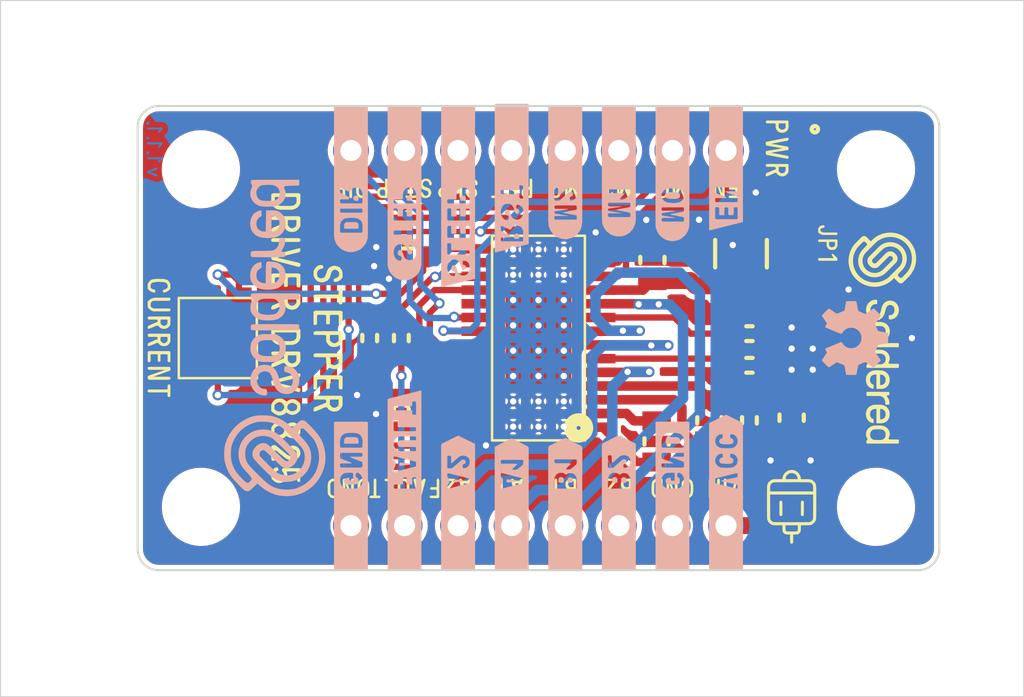
<source format=kicad_pcb>
(kicad_pcb (version 20240108) (generator "pcbnew") (generator_version "8.0")
  (title_block (title "Stepper driver DRV8825") (date "2021-07-12") (rev "V1.1.1.") (company "SOLDERED") (comment 1 "333000"))
  (layers (0 "F.Cu" signal) (31 "B.Cu" signal) (34 "B.Paste" user) (35 "F.Paste" user) (36 "B.SilkS" user "B.Silkscreen") (37 "F.SilkS" user "F.Silkscreen") (38 "B.Mask" user) (39 "F.Mask" user) (44 "Edge.Cuts" user))
  (net 0 "")
  (net 1 "VMM")
  (net 2 "GND")
  (net 3 "3V3")
  (net 4 "~{EN}")
  (net 5 "MODE0")
  (net 6 "MODE1")
  (net 7 "MODE2")
  (net 8 "~{RESET}")
  (net 9 "~{SLEEP}")
  (net 10 "STEP")
  (net 11 "DIR")
  (net 12 "B2")
  (net 13 "B1")
  (net 14 "A1")
  (net 15 "A2")
  (net 16 "~{FAULT}")
  (net 17 "Net-(R1-Pad2)")
  (net 18 "Net-(R3-Pad2)")
  (net 19 "Net-(D1-Pad1)")
  (net 20 "Net-(R4-Pad2)")
  (net 21 "Net-(R5-Pad2)")
  (net 24 "DECAY")
  (net 25 "Net-(C4-Pad2)")
  (net 26 "Net-(C5-Pad1)")
  (net 27 "Net-(C5-Pad2)")
  (net 28 "Net-(JP1-Pad2)")
  (footprint "buzzardLabel" (layer "F.Cu") (at 95.2 143.962 180)
    (property "Reference" "" (at 0 0 0) (layer "F.SilkS") (effects (font (size 1.27 1.27))))
    (property "Value" "" (at 0 0 0) (layer "F.SilkS") (effects (font (size 1.27 1.27))))
  )
  (footprint "e-radionica.com footprinti:HOLE_3.2mm" (layer "F.Cu") (at 72.85 144.85 -90)
    (property "Reference" "H2" (hide yes))
    (property "Value" "HOLE_3.2mm" (hide yes))
    (pad "" np_thru_hole circle (at 0 0 270) (size 3.2 3.2) (drill 3.2) (layers "F&B.Cu" "*.Mask"))
  )
  (footprint "e-radionica.com footprinti:0603R" (layer "F.Cu") (at 82.35 136.85 -90)
    (property "Reference" "R6")
    (property "Value" "10k")
    (pad "1" smd rect (at -0.775 0) (size 1 0.64) (layers "F.Cu" "F.Paste" "F.Mask") (net 9 "~{SLEEP}"))
    (pad "2" smd rect (at 0.775 0) (size 1 0.64) (layers "F.Cu" "F.Paste" "F.Mask") (net 16 "~{FAULT}"))
  )
  (footprint "buzzardLabel" (layer "F.Cu") (at 95.2 129.738 180)
    (property "Reference" "" (at 0 0 0) (layer "F.SilkS") (effects (font (size 1.27 1.27))))
    (property "Value" "" (at 0 0 0) (layer "F.SilkS") (effects (font (size 1.27 1.27))))
  )
  (footprint "e-radionica.com footprinti:0805C" (layer "F.Cu") (at 96.95 140.75 -90)
    (property "Reference" "C4")
    (property "Value" "CL21B104KCFNNNE")
    (pad "1" smd rect (at -0.975 0) (size 1.35 0.9) (layers "F.Cu" "F.Paste" "F.Mask") (net 1 "VMM"))
    (pad "2" smd rect (at 0.975 0) (size 1.35 0.9) (layers "F.Cu" "F.Paste" "F.Mask") (net 25 "Net-(C4-Pad2)"))
  )
  (footprint "e-radionica.com footprinti:DRV8825" (layer "F.Cu") (at 88.85 136.85 180)
    (property "Reference" "U1")
    (property "Value" "DRV8825")
    (pad "1" smd rect (at -2.9 -4.225 180) (size 1.5 0.45) (layers "F.Cu" "F.Paste" "F.Mask") (net 27 "Net-(C5-Pad2)"))
    (pad "2" smd rect (at -2.9 -3.575 180) (size 1.5 0.45) (layers "F.Cu" "F.Paste" "F.Mask") (net 26 "Net-(C5-Pad1)"))
    (pad "3" smd rect (at -2.9 -2.925 180) (size 1.5 0.45) (layers "F.Cu" "F.Paste" "F.Mask") (net 25 "Net-(C4-Pad2)"))
    (pad "4" smd rect (at -2.9 -2.275 180) (size 1.5 0.45) (layers "F.Cu" "F.Paste" "F.Mask") (net 1 "VMM"))
    (pad "5" smd rect (at -2.9 -1.625 180) (size 1.5 0.45) (layers "F.Cu" "F.Paste" "F.Mask") (net 14 "A1"))
    (pad "6" smd rect (at -2.9 -0.975 180) (size 1.5 0.45) (layers "F.Cu" "F.Paste" "F.Mask") (net 17 "Net-(R1-Pad2)"))
    (pad "7" smd rect (at -2.9 -0.325 180) (size 1.5 0.45) (layers "F.Cu" "F.Paste" "F.Mask") (net 15 "A2"))
    (pad "8" smd rect (at -2.9 0.325 180) (size 1.5 0.45) (layers "F.Cu" "F.Paste" "F.Mask") (net 12 "B2"))
    (pad "9" smd rect (at -2.9 0.975 180) (size 1.5 0.45) (layers "F.Cu" "F.Paste" "F.Mask") (net 18 "Net-(R3-Pad2)"))
    (pad "10" smd rect (at -2.9 1.625 180) (size 1.5 0.45) (layers "F.Cu" "F.Paste" "F.Mask") (net 13 "B1"))
    (pad "11" smd rect (at -2.9 2.275 180) (size 1.5 0.45) (layers "F.Cu" "F.Paste" "F.Mask") (net 1 "VMM"))
    (pad "12" smd rect (at -2.9 2.925 180) (size 1.5 0.45) (layers "F.Cu" "F.Paste" "F.Mask") (net 20 "Net-(R4-Pad2)"))
    (pad "13" smd rect (at -2.9 3.575 180) (size 1.5 0.45) (layers "F.Cu" "F.Paste" "F.Mask") (net 20 "Net-(R4-Pad2)"))
    (pad "14" smd rect (at -2.9 4.225 180) (size 1.5 0.45) (layers "F.Cu" "F.Paste" "F.Mask") (net 2 "GND"))
    (pad "15" smd rect (at 2.9 4.225 180) (size 1.5 0.45) (layers "F.Cu" "F.Paste" "F.Mask") (net 3 "3V3"))
    (pad "16" smd rect (at 2.9 3.575 180) (size 1.5 0.45) (layers "F.Cu" "F.Paste" "F.Mask") (net 8 "~{RESET}"))
    (pad "17" smd rect (at 2.9 2.925 180) (size 1.5 0.45) (layers "F.Cu" "F.Paste" "F.Mask") (net 9 "~{SLEEP}"))
    (pad "18" smd rect (at 2.9 2.275 180) (size 1.5 0.45) (layers "F.Cu" "F.Paste" "F.Mask") (net 21 "Net-(R5-Pad2)"))
    (pad "19" smd rect (at 2.9 1.625 180) (size 1.5 0.45) (layers "F.Cu" "F.Paste" "F.Mask") (net 24 "DECAY"))
    (pad "20" smd rect (at 2.9 0.975 180) (size 1.5 0.45) (layers "F.Cu" "F.Paste" "F.Mask") (net 11 "DIR"))
    (pad "21" smd rect (at 2.9 0.325 180) (size 1.5 0.45) (layers "F.Cu" "F.Paste" "F.Mask") (net 4 "~{EN}"))
    (pad "22" smd rect (at 2.9 -0.325 180) (size 1.5 0.45) (layers "F.Cu" "F.Paste" "F.Mask") (net 10 "STEP"))
    (pad "23" smd rect (at 2.9 -0.975 180) (size 1.5 0.45) (layers "F.Cu" "F.Paste" "F.Mask"))
    (pad "24" smd rect (at 2.9 -1.625 180) (size 1.5 0.45) (layers "F.Cu" "F.Paste" "F.Mask") (net 5 "MODE0"))
    (pad "25" smd rect (at 2.9 -2.275 180) (size 1.5 0.45) (layers "F.Cu" "F.Paste" "F.Mask") (net 6 "MODE1"))
    (pad "26" smd rect (at 2.9 -2.925 180) (size 1.5 0.45) (layers "F.Cu" "F.Paste" "F.Mask") (net 7 "MODE2"))
    (pad "27" smd rect (at 2.9 -3.575 180) (size 1.5 0.45) (layers "F.Cu" "F.Paste" "F.Mask"))
    (pad "28" smd rect (at 2.9 -4.225 180) (size 1.5 0.45) (layers "F.Cu" "F.Paste" "F.Mask") (net 2 "GND"))
    (pad "29" thru_hole circle (at -1.2 -4.2 180) (size 0.5 0.5) (drill 0.3) (layers "*.Cu") (net 2 "GND"))
    (pad "29" thru_hole circle (at -1.2 -3 180) (size 0.5 0.5) (drill 0.3) (layers "*.Cu") (net 2 "GND"))
    (pad "29" thru_hole circle (at -1.2 -1.8 180) (size 0.5 0.5) (drill 0.3) (layers "*.Cu") (net 2 "GND"))
    (pad "29" thru_hole circle (at -1.2 -0.6 180) (size 0.5 0.5) (drill 0.3) (layers "*.Cu") (net 2 "GND"))
    (pad "29" thru_hole circle (at -1.2 0.6 180) (size 0.5 0.5) (drill 0.3) (layers "*.Cu") (net 2 "GND"))
    (pad "29" thru_hole circle (at -1.2 1.8 180) (size 0.5 0.5) (drill 0.3) (layers "*.Cu") (net 2 "GND"))
    (pad "29" thru_hole circle (at -1.2 3 180) (size 0.5 0.5) (drill 0.3) (layers "*.Cu") (net 2 "GND"))
    (pad "29" thru_hole circle (at -1.2 4.2 180) (size 0.5 0.5) (drill 0.3) (layers "*.Cu") (net 2 "GND"))
    (pad "29" thru_hole circle (at 0 -4.2 180) (size 0.5 0.5) (drill 0.3) (layers "*.Cu") (net 2 "GND"))
    (pad "29" thru_hole circle (at 0 -3 180) (size 0.5 0.5) (drill 0.3) (layers "*.Cu") (net 2 "GND"))
    (pad "29" thru_hole circle (at 0 -1.8 180) (size 0.5 0.5) (drill 0.3) (layers "*.Cu") (net 2 "GND"))
    (pad "29" thru_hole circle (at 0 -0.6 180) (size 0.5 0.5) (drill 0.3) (layers "*.Cu") (net 2 "GND"))
    (pad "29" smd rect (at 0 0 180) (size 3.1 5.18) (layers "F.Cu" "F.Paste" "F.Mask") (net 2 "GND"))
    (pad "29" thru_hole circle (at 0 0.6 180) (size 0.5 0.5) (drill 0.3) (layers "*.Cu") (net 2 "GND"))
    (pad "29" thru_hole circle (at 0 1.8 180) (size 0.5 0.5) (drill 0.3) (layers "*.Cu") (net 2 "GND"))
    (pad "29" thru_hole circle (at 0 3 180) (size 0.5 0.5) (drill 0.3) (layers "*.Cu") (net 2 "GND"))
    (pad "29" thru_hole circle (at 0 4.2 180) (size 0.5 0.5) (drill 0.3) (layers "*.Cu") (net 2 "GND"))
    (pad "29" thru_hole circle (at 1.2 -4.2 180) (size 0.5 0.5) (drill 0.3) (layers "*.Cu") (net 2 "GND"))
    (pad "29" thru_hole circle (at 1.2 -3 180) (size 0.5 0.5) (drill 0.3) (layers "*.Cu") (net 2 "GND"))
    (pad "29" thru_hole circle (at 1.2 -1.8 180) (size 0.5 0.5) (drill 0.3) (layers "*.Cu") (net 2 "GND"))
    (pad "29" thru_hole circle (at 1.2 -0.6 180) (size 0.5 0.5) (drill 0.3) (layers "*.Cu") (net 2 "GND"))
    (pad "29" thru_hole circle (at 1.2 0.6 180) (size 0.5 0.5) (drill 0.3) (layers "*.Cu") (net 2 "GND"))
    (pad "29" thru_hole circle (at 1.2 1.8 180) (size 0.5 0.5) (drill 0.3) (layers "*.Cu") (net 2 "GND"))
    (pad "29" thru_hole circle (at 1.2 3 180) (size 0.5 0.5) (drill 0.3) (layers "*.Cu") (net 2 "GND"))
    (pad "29" thru_hole circle (at 1.2 4.2 180) (size 0.5 0.5) (drill 0.3) (layers "*.Cu") (net 2 "GND"))
  )
  (footprint "buzzardLabel" (layer "F.Cu") (at 78.85 136.85 -90)
    (property "Reference" "" (at 0 0 90) (layer "F.SilkS") (effects (font (size 1.27 1.27))))
    (property "Value" "" (at 0 0 90) (layer "F.SilkS") (effects (font (size 1.27 1.27))))
  )
  (footprint "buzzardLabel" (layer "F.Cu") (at 79.85 143.962 180)
    (property "Reference" "" (at 0 0 0) (layer "F.SilkS") (effects (font (size 1.27 1.27))))
    (property "Value" "" (at 0 0 0) (layer "F.SilkS") (effects (font (size 1.27 1.27))))
  )
  (footprint "e-radionica.com footprinti:0603R" (layer "F.Cu") (at 98.85 138.14 180)
    (property "Reference" "R1")
    (property "Value" "73L2R20G")
    (pad "1" smd rect (at -0.775 0 270) (size 1 0.64) (layers "F.Cu" "F.Paste" "F.Mask") (net 2 "GND"))
    (pad "2" smd rect (at 0.775 0 270) (size 1 0.64) (layers "F.Cu" "F.Paste" "F.Mask") (net 17 "Net-(R1-Pad2)"))
  )
  (footprint "Soldered Graphics:Logo-Back-SolderedFULL-15mm" (layer "F.Cu") (at 76.35 136.85 -90)
    (property "Reference" "REF**" (hide yes))
    (property "Value" "Logo-Front-SolderedFULL-15mm" (hide yes))
  )
  (footprint "e-radionica.com footprinti:tc33x-2-103e" (layer "F.Cu") (at 73.65 136.85 180)
    (property "Reference" "R4")
    (property "Value" "tc33x-2-104e" (hide yes))
    (pad "1" smd rect (at -1 1.8 180) (size 1.2 1.2) (layers "F.Cu" "F.Paste" "F.Mask") (net 3 "3V3"))
    (pad "2" smd rect (at 0 -1.45 180) (size 1.6 1.5) (layers "F.Cu" "F.Paste" "F.Mask") (net 20 "Net-(R4-Pad2)"))
    (pad "3" smd rect (at 1 1.8 180) (size 1.2 1.2) (layers "F.Cu" "F.Paste" "F.Mask") (net 2 "GND"))
  )
  (footprint "buzzardLabel" (layer "F.Cu") (at 85.04 129.738 180)
    (property "Reference" "" (at 0 0 0) (layer "F.SilkS") (effects (font (size 1.27 1.27))))
    (property "Value" "" (at 0 0 0) (layer "F.SilkS") (effects (font (size 1.27 1.27))))
  )
  (footprint "buzzardLabel" (layer "F.Cu") (at 100.15 127.85 -90)
    (property "Reference" "" (at 0 0 90) (layer "F.SilkS") (effects (font (size 1.27 1.27))))
    (property "Value" "" (at 0 0 90) (layer "F.SilkS") (effects (font (size 1.27 1.27))))
  )
  (footprint "e-radionica.com footprinti:0805C" (layer "F.Cu") (at 100.85 140.625 90)
    (property "Reference" "C3")
    (property "Value" "CL21B104KCFNNNE")
    (pad "1" smd rect (at -0.975 0 180) (size 1.35 0.9) (layers "F.Cu" "F.Paste" "F.Mask") (net 2 "GND"))
    (pad "2" smd rect (at 0.975 0 180) (size 1.35 0.9) (layers "F.Cu" "F.Paste" "F.Mask") (net 1 "VMM"))
  )
  (footprint "buzzardLabel" (layer "F.Cu") (at 97.74 129.738 180)
    (property "Reference" "" (at 0 0 0) (layer "F.SilkS") (effects (font (size 1.27 1.27))))
    (property "Value" "" (at 0 0 0) (layer "F.SilkS") (effects (font (size 1.27 1.27))))
  )
  (footprint "buzzardLabel" (layer "F.Cu") (at 92.66 129.738 180)
    (property "Reference" "" (at 0 0 0) (layer "F.SilkS") (effects (font (size 1.27 1.27))))
    (property "Value" "" (at 0 0 0) (layer "F.SilkS") (effects (font (size 1.27 1.27))))
  )
  (footprint "Soldered Graphics:Logo-Front-SolderedFULL-10mm" (layer "F.Cu") (at 105.15 136.85 -90)
    (property "Reference" "G***" (hide yes))
    (property "Value" "LOGO" (hide yes))
  )
  (footprint "buzzardLabel" (layer "F.Cu") (at 82.5 143.962 180)
    (property "Reference" "" (at 0 0 0) (layer "F.SilkS") (effects (font (size 1.27 1.27))))
    (property "Value" "" (at 0 0 0) (layer "F.SilkS") (effects (font (size 1.27 1.27))))
  )
  (footprint "buzzardLabel" (layer "F.Cu") (at 90.12 129.738 180)
    (property "Reference" "" (at 0 0 0) (layer "F.SilkS") (effects (font (size 1.27 1.27))))
    (property "Value" "" (at 0 0 0) (layer "F.SilkS") (effects (font (size 1.27 1.27))))
  )
  (footprint "buzzardLabel" (layer "F.Cu") (at 82.5 129.738 180)
    (property "Reference" "" (at 0 0 0) (layer "F.SilkS") (effects (font (size 1.27 1.27))))
    (property "Value" "" (at 0 0 0) (layer "F.SilkS") (effects (font (size 1.27 1.27))))
  )
  (footprint "e-radionica.com footprinti:0603R" (layer "F.Cu") (at 98.85 136.64 180)
    (property "Reference" "R3")
    (property "Value" "73L2R20G")
    (pad "1" smd rect (at -0.775 0 270) (size 1 0.64) (layers "F.Cu" "F.Paste" "F.Mask") (net 2 "GND"))
    (pad "2" smd rect (at 0.775 0 270) (size 1 0.64) (layers "F.Cu" "F.Paste" "F.Mask") (net 18 "Net-(R3-Pad2)"))
  )
  (footprint "e-radionica.com footprinti:HOLE_3.2mm" (layer "F.Cu") (at 104.85 128.85 -90)
    (property "Reference" "H3" (hide yes))
    (property "Value" "HOLE_3.2mm" (hide yes))
    (pad "" np_thru_hole circle (at 0 0 270) (size 3.2 3.2) (drill 3.2) (layers "F&B.Cu" "*.Mask"))
  )
  (footprint "e-radionica.com footprinti:0603C" (layer "F.Cu") (at 82.65 133)
    (property "Reference" "C6")
    (property "Value" "0.47uF")
    (pad "1" smd rect (at -0.73 0) (size 0.66 1) (layers "F.Cu" "F.Paste" "F.Mask") (net 2 "GND"))
    (pad "2" smd rect (at 0.73 0) (size 0.66 1) (layers "F.Cu" "F.Paste" "F.Mask") (net 3 "3V3"))
  )
  (footprint "e-radionica.com footprinti:0603R" (layer "F.Cu") (at 82.35 140.35 -90)
    (property "Reference" "R5")
    (property "Value" "1.5k")
    (pad "1" smd rect (at -0.775 0) (size 1 0.64) (layers "F.Cu" "F.Paste" "F.Mask") (net 16 "~{FAULT}"))
    (pad "2" smd rect (at 0.775 0) (size 1 0.64) (layers "F.Cu" "F.Paste" "F.Mask") (net 21 "Net-(R5-Pad2)"))
  )
  (footprint "e-radionica.com footprinti:HOLE_3.2mm" (layer "F.Cu") (at 72.85 128.85 -90)
    (property "Reference" "H4" (hide yes))
    (property "Value" "HOLE_3.2mm" (hide yes))
    (pad "" np_thru_hole circle (at 0 0 270) (size 3.2 3.2) (drill 3.2) (layers "F&B.Cu" "*.Mask"))
  )
  (footprint "e-radionica.com footprinti:SMD-JUMPER-CONNECTED_TRACE_SLODERMASK" (layer "F.Cu") (at 101.35 132.35 90)
    (property "Reference" "JP1")
    (property "Value" "SMD-JUMPER-CONNECTED_TRACE_SLODERMASK" (hide yes))
    (fp_poly (pts (xy 0.1 0.1) (xy -0.1 0.1) (xy -0.1 -0.1) (xy 0.1 -0.1)) (stroke (width 0.1)) (fill solid) (layer "F.Cu"))
    (pad "1" smd rect (at -0.35 0 90) (size 0.5 1) (layers "F.Cu" "F.Mask") (net 1 "VMM"))
    (pad "2" smd rect (at 0.35 0 90) (size 0.5 1) (layers "F.Cu" "F.Mask") (net 28 "Net-(JP1-Pad2)"))
  )
  (footprint "Soldered Graphics:Symbol-Front-Motor" (layer "F.Cu") (at 100.85 144.85)
    (property "Reference" "G***" (hide yes))
    (property "Value" "LOGO" (hide yes))
  )
  (footprint "buzzardLabel" (layer "F.Cu") (at 97.74 143.962 180)
    (property "Reference" "" (at 0 0 0) (layer "F.SilkS") (effects (font (size 1.27 1.27))))
    (property "Value" "" (at 0 0 0) (layer "F.SilkS") (effects (font (size 1.27 1.27))))
  )
  (footprint "e-radionica.com footprinti:0805C" (layer "F.Cu") (at 94.25 133.15 -90)
    (property "Reference" "C2")
    (property "Value" "CL21B104KCFNNNE")
    (pad "1" smd rect (at -0.975 0) (size 1.35 0.9) (layers "F.Cu" "F.Paste" "F.Mask") (net 2 "GND"))
    (pad "2" smd rect (at 0.975 0) (size 1.35 0.9) (layers "F.Cu" "F.Paste" "F.Mask") (net 1 "VMM"))
  )
  (footprint "buzzardLabel" (layer "F.Cu") (at 79.96 129.738 180)
    (property "Reference" "" (at 0 0 0) (layer "F.SilkS") (effects (font (size 1.27 1.27))))
    (property "Value" "" (at 0 0 0) (layer "F.SilkS") (effects (font (size 1.27 1.27))))
  )
  (footprint "e-radionica.com footprinti:0603R" (layer "F.Cu") (at 98.85 140.75 -90)
    (property "Reference" "R2")
    (property "Value" "1M")
    (pad "1" smd rect (at -0.775 0) (size 1 0.64) (layers "F.Cu" "F.Paste" "F.Mask") (net 1 "VMM"))
    (pad "2" smd rect (at 0.775 0) (size 1 0.64) (layers "F.Cu" "F.Paste" "F.Mask") (net 25 "Net-(C4-Pad2)"))
  )
  (footprint "buzzardLabel" (layer "F.Cu") (at 70.85 136.85 -90)
    (property "Reference" "" (at 0 0 90) (layer "F.SilkS") (effects (font (size 1.27 1.27))))
    (property "Value" "" (at 0 0 90) (layer "F.SilkS") (effects (font (size 1.27 1.27))))
  )
  (footprint "buzzardLabel" (layer "F.Cu") (at 76.85 136.85 -90)
    (property "Reference" "" (at 0 0 90) (layer "F.SilkS") (effects (font (size 1.27 1.27))))
    (property "Value" "" (at 0 0 90) (layer "F.SilkS") (effects (font (size 1.27 1.27))))
  )
  (footprint "e-radionica.com footprinti:HOLE_3.2mm" (layer "F.Cu") (at 104.85 144.85 -90)
    (property "Reference" "H1" (hide yes))
    (property "Value" "HOLE_3.2mm" (hide yes))
    (pad "" np_thru_hole circle (at 0 0 270) (size 3.2 3.2) (drill 3.2) (layers "F&B.Cu" "*.Mask"))
  )
  (footprint "e-radionica.com footprinti:0402LED" (layer "F.Cu") (at 101.35 127.85 90)
    (property "Reference" "D1")
    (property "Value" "purple")
    (pad "1" smd rect (at -0.55 0 180) (size 0.75 0.45) (layers "F.Cu" "F.Paste" "F.Mask") (net 19 "Net-(D1-Pad1)"))
    (pad "2" smd rect (at 0.55 0 180) (size 0.75 0.45) (layers "F.Cu" "F.Paste" "F.Mask") (net 2 "GND"))
  )
  (footprint "buzzardLabel" (layer "F.Cu") (at 90.12 143.962 180)
    (property "Reference" "" (at 0 0 0) (layer "F.SilkS") (effects (font (size 1.27 1.27))))
    (property "Value" "" (at 0 0 0) (layer "F.SilkS") (effects (font (size 1.27 1.27))))
  )
  (footprint "Soldered Graphics:Logo-Back-OSH-3.5mm" (layer "F.Cu") (at 103.85 136.85 -90)
    (property "Reference" "G***" (hide yes))
    (property "Value" "LOGO" (hide yes))
  )
  (footprint "e-radionica.com footprinti:FIDUCIAL_23" (layer "F.Cu") (at 71.85 132.35 -90)
    (property "Reference" "FD1")
    (property "Value" "FIDUCIAL" (hide yes))
    (fp_circle (center 0 0) (end 1 0) (stroke (width 0.2)) (fill none) (layer "F.Cu"))
    (pad "1" smd circle (at 0 0 270) (size 1 1) (layers "F.Cu" "F.Paste" "F.Mask") (clearance 1.1))
  )
  (footprint "e-radionica.com footprinti:0402R" (layer "F.Cu") (at 101.35 130.15 90)
    (property "Reference" "R7")
    (property "Value" "2k2")
    (pad "1" smd rect (at -0.5 0 180) (size 0.64 0.54) (layers "F.Cu" "F.Paste" "F.Mask") (net 28 "Net-(JP1-Pad2)"))
    (pad "2" smd rect (at 0.5 0 180) (size 0.64 0.54) (layers "F.Cu" "F.Paste" "F.Mask") (net 19 "Net-(D1-Pad1)"))
  )
  (footprint "e-radionica.com footprinti:0805C" (layer "F.Cu") (at 94.45 141.75 -90)
    (property "Reference" "C5")
    (property "Value" "08051C103KAT2A")
    (pad "1" smd rect (at -0.975 0) (size 1.35 0.9) (layers "F.Cu" "F.Paste" "F.Mask") (net 26 "Net-(C5-Pad1)"))
    (pad "2" smd rect (at 0.975 0) (size 1.35 0.9) (layers "F.Cu" "F.Paste" "F.Mask") (net 27 "Net-(C5-Pad2)"))
  )
  (footprint "buzzardLabel" (layer "F.Cu") (at 87.58 129.738 180)
    (property "Reference" "" (at 0 0 0) (layer "F.SilkS") (effects (font (size 1.27 1.27))))
    (property "Value" "" (at 0 0 0) (layer "F.SilkS") (effects (font (size 1.27 1.27))))
  )
  (footprint "e-radionica.com footprinti:1210C" (layer "F.Cu") (at 98.45 132.85 -90)
    (property "Reference" "C1")
    (property "Value" "12101C335K4T2A")
    (pad "1" smd rect (at -1.525 0) (size 2.65 1.2) (layers "F.Cu" "F.Paste" "F.Mask") (net 2 "GND"))
    (pad "2" smd rect (at 1.525 0) (size 2.65 1.2) (layers "F.Cu" "F.Paste" "F.Mask") (net 1 "VMM"))
  )
  (footprint "buzzardLabel" (layer "F.Cu") (at 92.66 143.962 180)
    (property "Reference" "" (at 0 0 0) (layer "F.SilkS") (effects (font (size 1.27 1.27))))
    (property "Value" "" (at 0 0 0) (layer "F.SilkS") (effects (font (size 1.27 1.27))))
  )
  (footprint "buzzardLabel" (layer "F.Cu") (at 85.04 143.962 180)
    (property "Reference" "" (at 0 0 0) (layer "F.SilkS") (effects (font (size 1.27 1.27))))
    (property "Value" "" (at 0 0 0) (layer "F.SilkS") (effects (font (size 1.27 1.27))))
  )
  (footprint "buzzardLabel" (layer "F.Cu") (at 87.58 143.962 180)
    (property "Reference" "" (at 0 0 0) (layer "F.SilkS") (effects (font (size 1.27 1.27))))
    (property "Value" "" (at 0 0 0) (layer "F.SilkS") (effects (font (size 1.27 1.27))))
  )
  (footprint "e-radionica.com footprinti:0603R" (layer "F.Cu") (at 80.85 136.85 -90)
    (property "Reference" "R8")
    (property "Value" "10k")
    (pad "1" smd rect (at -0.775 0) (size 1 0.64) (layers "F.Cu" "F.Paste" "F.Mask") (net 8 "~{RESET}"))
    (pad "2" smd rect (at 0.775 0) (size 1 0.64) (layers "F.Cu" "F.Paste" "F.Mask") (net 16 "~{FAULT}"))
  )
  (footprint "buzzardLabel" (layer "F.Cu") (at 102.55 132.35 -90)
    (property "Reference" "" (at 0 0 90) (layer "F.SilkS") (effects (font (size 1.27 1.27))))
    (property "Value" "" (at 0 0 90) (layer "F.SilkS") (effects (font (size 1.27 1.27))))
  )
  (footprint "buzzardLabel" (layer "B.Cu") (at 85.04 125.45 90)
    (property "Reference" "" (at 0 0 90) (layer "B.SilkS") (effects (font (size 1.27 1.27)) (justify mirror)))
    (property "Value" "" (at 0 0 90) (layer "B.SilkS") (effects (font (size 1.27 1.27)) (justify mirror)))
  )
  (footprint "buzzardLabel" (layer "B.Cu") (at 87.58 125.35 90)
    (property "Reference" "" (at 0 0 90) (layer "B.SilkS") (effects (font (size 1.27 1.27)) (justify mirror)))
    (property "Value" "" (at 0 0 90) (layer "B.SilkS") (effects (font (size 1.27 1.27)) (justify mirror)))
  )
  (footprint "buzzardLabel" (layer "B.Cu") (at 97.74 148.25 90)
    (property "Reference" "" (at 0 0 90) (layer "B.SilkS") (effects (font (size 1.27 1.27)) (justify mirror)))
    (property "Value" "" (at 0 0 90) (layer "B.SilkS") (effects (font (size 1.27 1.27)) (justify mirror)))
  )
  (footprint "buzzardLabel" (layer "B.Cu") (at 90.12 148.25 90)
    (property "Reference" "" (at 0 0 90) (layer "B.SilkS") (effects (font (size 1.27 1.27)) (justify mirror)))
    (property "Value" "" (at 0 0 90) (layer "B.SilkS") (effects (font (size 1.27 1.27)) (justify mirror)))
  )
  (footprint "buzzardLabel" (layer "B.Cu") (at 90.12 125.45 90)
    (property "Reference" "" (at 0 0 90) (layer "B.SilkS") (effects (font (size 1.27 1.27)) (justify mirror)))
    (property "Value" "" (at 0 0 90) (layer "B.SilkS") (effects (font (size 1.27 1.27)) (justify mirror)))
  )
  (footprint "buzzardLabel" (layer "B.Cu") (at 87.58 148.25 90)
    (property "Reference" "" (at 0 0 90) (layer "B.SilkS") (effects (font (size 1.27 1.27)) (justify mirror)))
    (property "Value" "" (at 0 0 90) (layer "B.SilkS") (effects (font (size 1.27 1.27)) (justify mirror)))
  )
  (footprint "e-radionica.com footprinti:HEADER_MALE_8X1" (layer "B.Cu") (at 88.85 127.96)
    (property "Reference" "K1")
    (property "Value" "HEADER_MALE_8X1")
    (pad "1" thru_hole circle (at -8.89 0) (size 1.7 1.7) (drill 1) (layers "*.Cu" "*.Mask") (net 11 "DIR"))
    (pad "2" thru_hole circle (at -6.35 0) (size 1.7 1.7) (drill 1) (layers "*.Cu" "*.Mask") (net 10 "STEP"))
    (pad "3" thru_hole circle (at -3.81 0) (size 1.7 1.7) (drill 1) (layers "*.Cu" "*.Mask") (net 9 "~{SLEEP}"))
    (pad "4" thru_hole circle (at -1.27 0) (size 1.7 1.7) (drill 1) (layers "*.Cu" "*.Mask") (net 8 "~{RESET}"))
    (pad "5" thru_hole circle (at 1.27 0) (size 1.7 1.7) (drill 1) (layers "*.Cu" "*.Mask") (net 7 "MODE2"))
    (pad "6" thru_hole circle (at 3.81 0) (size 1.7 1.7) (drill 1) (layers "*.Cu" "*.Mask") (net 6 "MODE1"))
    (pad "7" thru_hole circle (at 6.35 0) (size 1.7 1.7) (drill 1) (layers "*.Cu" "*.Mask") (net 5 "MODE0"))
    (pad "8" thru_hole circle (at 8.89 0) (size 1.7 1.7) (drill 1) (layers "*.Cu" "*.Mask") (net 4 "~{EN}"))
  )
  (footprint "buzzardLabel" (layer "B.Cu") (at 82.5 148.25 90)
    (property "Reference" "" (at 0 0 90) (layer "B.SilkS") (effects (font (size 1.27 1.27)) (justify mirror)))
    (property "Value" "" (at 0 0 90) (layer "B.SilkS") (effects (font (size 1.27 1.27)) (justify mirror)))
  )
  (footprint "buzzardLabel" (layer "B.Cu") (at 92.66 125.45 90)
    (property "Reference" "" (at 0 0 90) (layer "B.SilkS") (effects (font (size 1.27 1.27)) (justify mirror)))
    (property "Value" "" (at 0 0 90) (layer "B.SilkS") (effects (font (size 1.27 1.27)) (justify mirror)))
  )
  (footprint "Soldered Graphics:Version1.1.1." (layer "B.Cu") (at 70.65 127.85 90)
    (property "Reference" "REF**" (hide yes))
    (property "Value" "Version1.1.1." (hide yes))
    (fp_poly (pts (xy 1.14 -0.38) (xy 1.19 -0.38) (xy 1.24 -0.37) (xy 1.25 -0.33) (xy 1.25 -0.27) (xy 1.2 -0.26) (xy 1.15 -0.26) (xy 1.12 -0.29) (xy 1.12 -0.34) (xy 1.14 -0.38)) (stroke (width 0.01)) (fill solid) (layer "B.Cu"))
    (fp_poly (pts (xy 0.43 -0.38) (xy 0.48 -0.38) (xy 0.54 -0.37) (xy 0.54 -0.33) (xy 0.54 -0.27) (xy 0.5 -0.26) (xy 0.45 -0.26) (xy 0.42 -0.29) (xy 0.42 -0.34) (xy 0.43 -0.38)) (stroke (width 0.01)) (fill solid) (layer "B.Cu"))
    (fp_poly (pts (xy -0.27 -0.38) (xy -0.22 -0.38) (xy -0.17 -0.37) (xy -0.16 -0.33) (xy -0.16 -0.27) (xy -0.21 -0.26) (xy -0.26 -0.26) (xy -0.29 -0.29) (xy -0.29 -0.34) (xy -0.27 -0.38)) (stroke (width 0.01)) (fill solid) (layer "B.Cu"))
    (fp_poly (pts (xy 0.91 -0.35) (xy 0.96 -0.35) (xy 0.98 -0.31) (xy 0.98 0.35) (xy 0.95 0.38) (xy 0.89 0.38) (xy 0.86 0.34) (xy 0.74 0.22) (xy 0.73 0.17) (xy 0.76 0.16) (xy 0.85 0.22) (xy 0.89 0.23) (xy 0.89 -0.31) (xy 0.91 -0.35)) (stroke (width 0.01)) (fill solid) (layer "B.Cu"))
    (fp_poly (pts (xy 0.21 -0.35) (xy 0.26 -0.35) (xy 0.28 -0.31) (xy 0.28 0.35) (xy 0.24 0.38) (xy 0.19 0.38) (xy 0.15 0.34) (xy 0.04 0.22) (xy 0.02 0.17) (xy 0.05 0.16) (xy 0.14 0.22) (xy 0.18 0.23) (xy 0.18 -0.31) (xy 0.21 -0.35)) (stroke (width 0.01)) (fill solid) (layer "B.Cu"))
    (fp_poly (pts (xy -0.5 -0.35) (xy -0.44 -0.35) (xy -0.43 -0.31) (xy -0.43 0.35) (xy -0.46 0.38) (xy -0.52 0.38) (xy -0.55 0.34) (xy -0.67 0.22) (xy -0.68 0.17) (xy -0.65 0.16) (xy -0.56 0.22) (xy -0.52 0.23) (xy -0.52 -0.31) (xy -0.5 -0.35)) (stroke (width 0.01)) (fill solid) (layer "B.Cu"))
    (fp_poly (pts (xy -1.15 -0.35) (xy -1.1 -0.35) (xy -1.07 -0.31) (xy -0.92 0.1) (xy -0.94 0.13) (xy -0.99 0.13) (xy -1.02 0.1) (xy -1.11 -0.16) (xy -1.13 -0.21) (xy -1.15 -0.17) (xy -1.24 0.09) (xy -1.26 0.13) (xy -1.32 0.13) (xy -1.34 0.1) (xy -1.18 -0.31) (xy -1.15 -0.35)) (stroke (width 0.01)) (fill solid) (layer "B.Cu"))
  )
  (footprint "buzzardLabel" (layer "B.Cu") (at 79.96 125.45 90)
    (property "Reference" "" (at 0 0 90) (layer "B.SilkS") (effects (font (size 1.27 1.27)) (justify mirror)))
    (property "Value" "" (at 0 0 90) (layer "B.SilkS") (effects (font (size 1.27 1.27)) (justify mirror)))
  )
  (footprint "buzzardLabel" (layer "B.Cu") (at 95.2 125.45 90)
    (property "Reference" "" (at 0 0 90) (layer "B.SilkS") (effects (font (size 1.27 1.27)) (justify mirror)))
    (property "Value" "" (at 0 0 90) (layer "B.SilkS") (effects (font (size 1.27 1.27)) (justify mirror)))
  )
  (footprint "buzzardLabel" (layer "B.Cu") (at 85.04 148.25 90)
    (property "Reference" "" (at 0 0 90) (layer "B.SilkS") (effects (font (size 1.27 1.27)) (justify mirror)))
    (property "Value" "" (at 0 0 90) (layer "B.SilkS") (effects (font (size 1.27 1.27)) (justify mirror)))
  )
  (footprint "buzzardLabel" (layer "B.Cu") (at 97.74 125.45 90)
    (property "Reference" "" (at 0 0 90) (layer "B.SilkS") (effects (font (size 1.27 1.27)) (justify mirror)))
    (property "Value" "" (at 0 0 90) (layer "B.SilkS") (effects (font (size 1.27 1.27)) (justify mirror)))
  )
  (footprint "buzzardLabel" (layer "B.Cu") (at 95.2 148.25 90)
    (property "Reference" "" (at 0 0 90) (layer "B.SilkS") (effects (font (size 1.27 1.27)) (justify mirror)))
    (property "Value" "" (at 0 0 90) (layer "B.SilkS") (effects (font (size 1.27 1.27)) (justify mirror)))
  )
  (footprint "buzzardLabel" (layer "B.Cu") (at 82.5 125.45 90)
    (property "Reference" "" (at 0 0 90) (layer "B.SilkS") (effects (font (size 1.27 1.27)) (justify mirror)))
    (property "Value" "" (at 0 0 90) (layer "B.SilkS") (effects (font (size 1.27 1.27)) (justify mirror)))
  )
  (footprint "buzzardLabel" (layer "B.Cu") (at 92.66 148.25 90)
    (property "Reference" "" (at 0 0 90) (layer "B.SilkS") (effects (font (size 1.27 1.27)) (justify mirror)))
    (property "Value" "" (at 0 0 90) (layer "B.SilkS") (effects (font (size 1.27 1.27)) (justify mirror)))
  )
  (footprint "buzzardLabel" (layer "B.Cu") (at 79.96 148.25 90)
    (property "Reference" "" (at 0 0 90) (layer "B.SilkS") (effects (font (size 1.27 1.27)) (justify mirror)))
    (property "Value" "" (at 0 0 90) (layer "B.SilkS") (effects (font (size 1.27 1.27)) (justify mirror)))
  )
  (footprint "e-radionica.com footprinti:HEADER_MALE_8X1" (layer "B.Cu") (at 88.85 145.74)
    (property "Reference" "K2")
    (property "Value" "HEADER_MALE_8X1")
    (pad "1" thru_hole circle (at -8.89 0) (size 1.7 1.7) (drill 1) (layers "*.Cu" "*.Mask") (net 2 "GND"))
    (pad "2" thru_hole circle (at -6.35 0) (size 1.7 1.7) (drill 1) (layers "*.Cu" "*.Mask") (net 16 "~{FAULT}"))
    (pad "3" thru_hole circle (at -3.81 0) (size 1.7 1.7) (drill 1) (layers "*.Cu" "*.Mask") (net 15 "A2"))
    (pad "4" thru_hole circle (at -1.27 0) (size 1.7 1.7) (drill 1) (layers "*.Cu" "*.Mask") (net 14 "A1"))
    (pad "5" thru_hole circle (at 1.27 0) (size 1.7 1.7) (drill 1) (layers "*.Cu" "*.Mask") (net 13 "B1"))
    (pad "6" thru_hole circle (at 3.81 0) (size 1.7 1.7) (drill 1) (layers "*.Cu" "*.Mask") (net 12 "B2"))
    (pad "7" thru_hole circle (at 6.35 0) (size 1.7 1.7) (drill 1) (layers "*.Cu" "*.Mask") (net 2 "GND"))
    (pad "8" thru_hole circle (at 8.89 0) (size 1.7 1.7) (drill 1) (layers "*.Cu" "*.Mask") (net 1 "VMM"))
  )
  (gr_line (start 70.85 125.85) (end 106.85 125.85) (stroke (width 0.1)) (layer "Edge.Cuts"))
  (gr_line (start 106.85 147.85) (end 70.85 147.85) (stroke (width 0.1)) (layer "Edge.Cuts"))
  (gr_line (start 107.85 126.85) (end 107.85 146.85) (stroke (width 0.1)) (layer "Edge.Cuts"))
  (gr_arc (start 106.85 125.85) (mid 107.557107 126.142893) (end 107.85 126.85) (stroke (width 0.1)) (layer "Edge.Cuts"))
  (gr_line (start 69.85 146.85) (end 69.85 126.85) (stroke (width 0.1)) (layer "Edge.Cuts"))
  (gr_arc (start 70.85 147.85) (mid 70.142893 147.557107) (end 69.85 146.85) (stroke (width 0.1)) (layer "Edge.Cuts"))
  (gr_arc (start 107.85 146.85) (mid 107.557107 147.557107) (end 106.85 147.85) (stroke (width 0.1)) (layer "Edge.Cuts"))
  (gr_rect (start 63.35 120.85) (end 111.85 153.85) (stroke (width 0.05)) (fill none) (layer "Edge.Cuts"))
  (gr_arc (start 69.85 126.85) (mid 70.142893 126.142893) (end 70.85 125.85) (stroke (width 0.1)) (layer "Edge.Cuts"))
  (segment (start 96.325 139.125) (end 96.95 139.75) (width 0.45) (layer "F.Cu") (net 1))
  (segment (start 93.8 134.575) (end 94.25 134.125) (width 0.45) (layer "F.Cu") (net 1))
  (segment (start 102.95 140.65) (end 102.95 136.33) (width 0.8) (layer "F.Cu") (net 1))
  (segment (start 102.95 140.65) (end 101.95 139.65) (width 0.8) (layer "F.Cu") (net 1))
  (segment (start 96.045 134.125) (end 94.25 134.125) (width 0.8) (layer "F.Cu") (net 1))
  (segment (start 102.95 142.95) (end 102.95 140.65) (width 0.8) (layer "F.Cu") (net 1))
  (segment (start 101.71 135.09) (end 100.995 134.375) (width 0.8) (layer "F.Cu") (net 1))
  (segment (start 96.95 139.75) (end 96.95 139.775) (width 0.45) (layer "F.Cu") (net 1))
  (segment (start 102.95 136.33) (end 101.71 135.09) (width 0.8) (layer "F.Cu") (net 1))
  (segment (start 97.74 145.74) (end 100.16 145.74) (width 0.8) (layer "F.Cu") (net 1))
  (segment (start 91.75 139.125) (end 96.325 139.125) (width 0.45) (layer "F.Cu") (net 1))
  (segment (start 91.75 134.575) (end 93.8 134.575) (width 0.45) (layer "F.Cu") (net 1))
  (segment (start 97.15 139.975) (end 96.95 139.775) (width 0.8) (layer "F.Cu") (net 1))
  (segment (start 100.16 145.74) (end 102.95 142.95) (width 0.8) (layer "F.Cu") (net 1))
  (segment (start 101.35 134.73) (end 101.71 135.09) (width 0.25) (layer "F.Cu") (net 1))
  (segment (start 98.85 139.975) (end 100.525 139.975) (width 0.8) (layer "F.Cu") (net 1))
  (segment (start 100.995 134.375) (end 96.295 134.375) (width 0.8) (layer "F.Cu") (net 1))
  (segment (start 96.295 134.375) (end 96.045 134.125) (width 0.8) (layer "F.Cu") (net 1))
  (segment (start 101.35 132.7) (end 101.35 134.73) (width 0.25) (layer "F.Cu") (net 1))
  (segment (start 101.95 139.65) (end 100.85 139.65) (width 0.8) (layer "F.Cu") (net 1))
  (segment (start 100.525 139.975) (end 100.85 139.65) (width 0.8) (layer "F.Cu") (net 1))
  (segment (start 98.85 139.975) (end 97.15 139.975) (width 0.8) (layer "F.Cu") (net 1))
  (segment (start 99.6 131.9) (end 99.55 131.85) (width 0.3) (layer "F.Cu") (net 2))
  (via (at 99.15 129.95) (size 0.5) (drill 0.3) (layers "F.Cu" "B.Cu") (net 2))
  (via (at 100.85 137.35) (size 0.5) (drill 0.3) (layers "F.Cu" "B.Cu") (net 2))
  (via (at 100.85 138.35) (size 0.5) (drill 0.3) (layers "F.Cu" "B.Cu") (net 2))
  (via (at 99.85 142.65) (size 0.5) (drill 0.3) (layers "F.Cu" "B.Cu") (net 2))
  (via (at 93.96 131.2495) (size 0.5) (drill 0.3) (layers "F.Cu" "B.Cu") (net 2))
  (via (at 101.85 138.35) (size 0.5) (drill 0.3) (layers "F.Cu" "B.Cu") (net 2))
  (via (at 98.06 132.44) (size 0.5) (drill 0.3) (layers "F.Cu" "B.Cu") (net 2))
  (via (at 81.16 132.54) (size 0.5) (drill 0.3) (layers "F.Cu" "B.Cu") (net 2))
  (via (at 101.75 142.65) (size 0.5) (drill 0.3) (layers "F.Cu" "B.Cu") (net 2))
  (via (at 81.06 133.44) (size 0.5) (drill 0.3) (layers "F.Cu" "B.Cu") (net 2))
  (via (at 81.76 134.04) (size 0.5) (drill 0.3) (layers "F.Cu" "B.Cu") (net 2))
  (via (at 103.55 134.55) (size 0.5) (drill 0.3) (layers "F.Cu" "B.Cu") (net 2))
  (via (at 100.85 136.35) (size 0.5) (drill 0.3) (layers "F.Cu" "B.Cu") (net 2))
  (via (at 101.85 137.35) (size 0.5) (drill 0.3) (layers "F.Cu" "B.Cu") (net 2))
  (via (at 106.55 136.85) (size 0.5) (drill 0.3) (layers "F.Cu" "B.Cu") (net 2))
  (via (at 96.46 131.24) (size 0.5) (drill 0.3) (layers "F.Cu" "B.Cu") (net 2))
  (via (at 80.25 139.55) (size 0.5) (drill 0.3) (layers "F.Cu" "B.Cu") (net 2))
  (via (at 91.56 131.84) (size 0.5) (drill 0.3) (layers "F.Cu" "B.Cu") (net 2))
  (via (at 81.15 140.45) (size 0.5) (drill 0.3) (layers "F.Cu" "B.Cu") (net 2))
  (via (at 86.36 141.94) (size 0.5) (drill 0.3) (layers "F.Cu" "B.Cu") (net 2))
  (segment (start 74.34 133.84) (end 74.65 134.15) (width 0.3) (layer "F.Cu") (net 3))
  (segment (start 73.65 133.84) (end 74.34 133.84) (width 0.3) (layer "F.Cu") (net 3))
  (segment (start 74.65 134.15) (end 74.65 135.05) (width 0.3) (layer "F.Cu") (net 3))
  (segment (start 81.15 134.75) (end 82.3 134.75) (width 0.3) (layer "F.Cu") (net 3))
  (segment (start 83.755 132.625) (end 83.38 133) (width 0.3) (layer "F.Cu") (net 3))
  (segment (start 83.38 133.67) (end 83.38 133) (width 0.3) (layer "F.Cu") (net 3))
  (segment (start 85.95 132.625) (end 83.755 132.625) (width 0.3) (layer "F.Cu") (net 3))
  (segment (start 85.945 132.62) (end 85.95 132.625) (width 0.3) (layer "F.Cu") (net 3))
  (segment (start 82.3 134.75) (end 83.38 133.67) (width 0.3) (layer "F.Cu") (net 3))
  (via (at 73.65 133.84) (size 0.5) (drill 0.3) (layers "F.Cu" "B.Cu") (net 3))
  (via (at 81.15 134.75) (size 0.5) (drill 0.3) (layers "F.Cu" "B.Cu") (net 3))
  (segment (start 74.55 134.75) (end 73.65 133.85) (width 0.3) (layer "B.Cu") (net 3))
  (segment (start 81.15 134.75) (end 74.55 134.75) (width 0.3) (layer "B.Cu") (net 3))
  (segment (start 73.65 133.85) (end 73.65 133.84) (width 0.3) (layer "B.Cu") (net 3))
  (segment (start 84.375 136.525) (end 85.95 136.525) (width 0.3) (layer "F.Cu") (net 4))
  (segment (start 84.35 136.5) (end 84.375 136.525) (width 0.3) (layer "F.Cu") (net 4))
  (via (at 84.35 136.5) (size 0.5) (drill 0.3) (layers "F.Cu" "B.Cu") (net 4))
  (segment (start 88.35 130.4) (end 96.8 130.4) (width 0.3) (layer "B.Cu") (net 4))
  (segment (start 85.6 136.5) (end 85.95 136.15) (width 0.3) (layer "B.Cu") (net 4))
  (segment (start 84.35 136.5) (end 85.6 136.5) (width 0.3) (layer "B.Cu") (net 4))
  (segment (start 96.8 130.4) (end 97.74 129.46) (width 0.3) (layer "B.Cu") (net 4))
  (segment (start 85.95 136.15) (end 85.95 132.8) (width 0.3) (layer "B.Cu") (net 4))
  (segment (start 85.95 132.8) (end 88.35 130.4) (width 0.3) (layer "B.Cu") (net 4))
  (segment (start 97.74 129.46) (end 97.74 127.96) (width 0.3) (layer "B.Cu") (net 4))
  (segment (start 83.25 141.95) (end 81.15 141.95) (width 0.3) (layer "F.Cu") (net 5))
  (segment (start 79.14952 139.94952) (end 79.14952 132.163336) (width 0.3) (layer "F.Cu") (net 5))
  (segment (start 85.95 138.475) (end 84.575 138.475) (width 0.3) (layer "F.Cu") (net 5))
  (segment (start 84.575 138.475) (end 83.75 139.3) (width 0.3) (layer "F.Cu") (net 5))
  (segment (start 83.75 139.3) (end 83.75 141.45) (width 0.3) (layer "F.Cu") (net 5))
  (segment (start 79.14952 132.163336) (end 80.662836 130.65002) (width 0.3) (layer "F.Cu") (net 5))
  (segment (start 93.24998 130.65002) (end 95.2 128.7) (width 0.3) (layer "F.Cu") (net 5))
  (segment (start 83.75 141.45) (end 83.25 141.95) (width 0.3) (layer "F.Cu") (net 5))
  (segment (start 80.662836 130.65002) (end 93.24998 130.65002) (width 0.3) (layer "F.Cu") (net 5))
  (segment (start 95.2 128.7) (end 95.2 127.96) (width 0.3) (layer "F.Cu") (net 5))
  (segment (start 81.15 141.95) (end 79.14952 139.94952) (width 0.3) (layer "F.Cu") (net 5))
  (segment (start 78.65 131.956428) (end 80.456428 130.15) (width 0.3) (layer "F.Cu") (net 6))
  (segment (start 84.632136 139.125) (end 84.25002 139.507116) (width 0.3) (layer "F.Cu") (net 6))
  (segment (start 85.95 139.125) (end 84.632136 139.125) (width 0.3) (layer "F.Cu") (net 6))
  (segment (start 84.25002 141.657116) (end 83.457116 142.45002) (width 0.3) (layer "F.Cu") (net 6))
  (segment (start 92.66 129.29) (end 92.66 127.96) (width 0.3) (layer "F.Cu") (net 6))
  (segment (start 78.65 140.157136) (end 78.65 131.956428) (width 0.3) (layer "F.Cu") (net 6))
  (segment (start 83.457116 142.45002) (end 80.942884 142.45002) (width 0.3) (layer "F.Cu") (net 6))
  (segment (start 91.8 130.15) (end 92.66 129.29) (width 0.3) (layer "F.Cu") (net 6))
  (segment (start 80.456428 130.15) (end 91.8 130.15) (width 0.3) (layer "F.Cu") (net 6))
  (segment (start 80.942884 142.45002) (end 78.65 140.157136) (width 0.3) (layer "F.Cu") (net 6))
  (segment (start 84.25002 139.507116) (end 84.25002 141.657116) (width 0.3) (layer "F.Cu") (net 6))
  (segment (start 80.25 129.65) (end 88.43 129.65) (width 0.3) (layer "F.Cu") (net 7))
  (segment (start 85.95 139.775) (end 84.975 139.775) (width 0.3) (layer "F.Cu") (net 7))
  (segment (start 78.05 140.264272) (end 78.05 131.85) (width 0.3) (layer "F.Cu") (net 7))
  (segment (start 88.43 129.65) (end 90.12 127.96) (width 0.3) (layer "F.Cu") (net 7))
  (segment (start 80.735768 142.95004) (end 78.05 140.264272) (width 0.3) (layer "F.Cu") (net 7))
  (segment (start 84.975 139.775) (end 84.75004 139.99996) (width 0.3) (layer "F.Cu") (net 7))
  (segment (start 78.05 131.85) (end 80.25 129.65) (width 0.3) (layer "F.Cu") (net 7))
  (segment (start 83.664232 142.95004) (end 80.735768 142.95004) (width 0.3) (layer "F.Cu") (net 7))
  (segment (start 84.75004 141.864232) (end 83.664232 142.95004) (width 0.3) (layer "F.Cu") (net 7))
  (segment (start 84.75004 139.99996) (end 84.75004 141.864232) (width 0.3) (layer "F.Cu") (net 7))
  (segment (start 80.32652 135.15) (end 80.85 135.67348) (width 0.254) (layer "F.Cu") (net 8))
  (segment (start 86.1 131.8) (end 86.75 131.8) (width 0.254) (layer "F.Cu") (net 8))
  (segment (start 80.9 131.8) (end 80.32652 132.37348) (width 0.254) (layer "F.Cu") (net 8))
  (segment (start 87.05 132.1) (end 87.05 133.05) (width 0.254) (layer "F.Cu") (net 8))
  (segment (start 80.32652 132.37348) (end 80.32652 135.15) (width 0.254) (layer "F.Cu") (net 8))
  (segment (start 87.05 133.05) (end 86.825 133.275) (width 0.254) (layer "F.Cu") (net 8))
  (segment (start 86.75 131.8) (end 87.05 132.1) (width 0.254) (layer "F.Cu") (net 8))
  (segment (start 80.85 135.67348) (end 80.85 136.075) (width 0.254) (layer "F.Cu") (net 8))
  (segment (start 86.1 131.8) (end 80.9 131.8) (width 0.254) (layer "F.Cu") (net 8))
  (segment (start 86.825 133.275) (end 85.95 133.275) (width 0.254) (layer "F.Cu") (net 8))
  (via (at 86.1 131.8) (size 0.5) (drill 0.3) (layers "F.Cu" "B.Cu") (net 8))
  (segment (start 87.58 130.32) (end 86.1 131.8) (width 0.254) (layer "B.Cu") (net 8))
  (segment (start 87.58 127.96) (end 87.58 130.32) (width 0.254) (layer "B.Cu") (net 8))
  (segment (start 85.95 133.925) (end 83.975 133.925) (width 0.3) (layer "F.Cu") (net 9))
  (segment (start 83.72502 134.07498) (end 83.717884 134.07498) (width 0.3) (layer "F.Cu") (net 9))
  (segment (start 82.35 135.45) (end 82.35 136.075) (width 0.3) (layer "F.Cu") (net 9))
  (segment (start 83.95 133.95) (end 83.85 133.95) (width 0.3) (layer "F.Cu") (net 9))
  (segment (start 83.717884 134.07498) (end 82.69998 135.092884) (width 0.3) (layer "F.Cu") (net 9))
  (segment (start 82.69998 135.092884) (end 82.69998 135.10002) (width 0.3) (layer "F.Cu") (net 9))
  (segment (start 82.69998 135.10002) (end 82.35 135.45) (width 0.3) (layer "F.Cu") (net 9))
  (segment (start 83.85 133.95) (end 83.72502 134.07498) (width 0.3) (layer "F.Cu") (net 9))
  (via (at 83.95 133.95) (size 0.5) (drill 0.3) (layers "F.Cu" "B.Cu") (net 9))
  (segment (start 85.25 132.838017) (end 85.25 132.65) (width 0.3) (layer "B.Cu") (net 9))
  (segment (start 84.138017 133.95) (end 85.25 132.838017) (width 0.3) (layer "B.Cu") (net 9))
  (segment (start 85.25 128.17) (end 85.04 127.96) (width 0.3) (layer "B.Cu") (net 9))
  (segment (start 83.95 133.95) (end 84.138017 133.95) (width 0.3) (layer "B.Cu") (net 9))
  (segment (start 85.25 132.838017) (end 85.25 128.17) (width 0.3) (layer "B.Cu") (net 9))
  (segment (start 83.70002 136.72502) (end 84.15 137.175) (width 0.3) (layer "F.Cu") (net 10))
  (segment (start 83.70002 135.64998) (end 83.70002 136.34998) (width 0.3) (layer "F.Cu") (net 10))
  (segment (start 83.70002 135.89998) (end 83.70002 136.34998) (width 0.3) (layer "F.Cu") (net 10))
  (segment (start 83.70002 136.34998) (end 83.70002 136.72502) (width 0.3) (layer "F.Cu") (net 10))
  (segment (start 84.15 137.175) (end 85.95 137.175) (width 0.3) (layer "F.Cu") (net 10))
  (segment (start 84.15 135.2) (end 83.70002 135.64998) (width 0.3) (layer "F.Cu") (net 10))
  (via (at 84.15 135.2) (size 0.5) (drill 0.3) (layers "F.Cu" "B.Cu") (net 10))
  (segment (start 83.25 134.3) (end 83.25 130.95) (width 0.3) (layer "B.Cu") (net 10))
  (segment (start 83.25 130.95) (end 82.5 130.2) (width 0.3) (layer "B.Cu") (net 10))
  (segment (start 84.15 135.2) (end 83.25 134.3) (width 0.3) (layer "B.Cu") (net 10))
  (segment (start 82.5 130.2) (end 82.5 127.96) (width 0.3) (layer "B.Cu") (net 10))
  (segment (start 84.875 135.875) (end 85.95 135.875) (width 0.3) (layer "F.Cu") (net 11))
  (segment (start 84.85 135.85) (end 84.875 135.875) (width 0.3) (layer "F.Cu") (net 11))
  (via (at 84.85 135.85) (size 0.5) (drill 0.3) (layers "F.Cu" "B.Cu") (net 11))
  (segment (start 82.75 131.25) (end 79.96 128.46) (width 0.3) (layer "B.Cu") (net 11))
  (segment (start 83.55 135.9) (end 82.75 135.1) (width 0.3) (layer "B.Cu") (net 11))
  (segment (start 84.8 135.9) (end 83.55 135.9) (width 0.3) (layer "B.Cu") (net 11))
  (segment (start 84.85 135.85) (end 84.8 135.9) (width 0.3) (layer "B.Cu") (net 11))
  (segment (start 82.75 135.1) (end 82.75 131.25) (width 0.3) (layer "B.Cu") (net 11))
  (segment (start 79.96 128.46) (end 79.96 127.96) (width 0.3) (layer "B.Cu") (net 11))
  (segment (start 93.625 136.525) (end 93.65 136.5) (width 0.45) (layer "F.Cu") (net 12))
  (segment (start 91.75 136.525) (end 93.625 136.525) (width 0.45) (layer "F.Cu") (net 12))
  (via (at 93.65 136.5) (size 0.5) (drill 0.3) (layers "F.Cu" "B.Cu") (net 12))
  (via (at 92.85 136.5) (size 0.5) (drill 0.3) (layers "F.Cu" "B.Cu") (net 12))
  (segment (start 92.66 145.74) (end 92.66 144.29) (width 0.5) (layer "B.Cu") (net 12))
  (segment (start 92.66 144.29) (end 96.5 140.45) (width 0.5) (layer "B.Cu") (net 12))
  (segment (start 96.5 134.7) (end 95.55 133.75) (width 0.5) (layer "B.Cu") (net 12))
  (segment (start 95.55 133.75) (end 92.6 133.75) (width 0.5) (layer "B.Cu") (net 12))
  (segment (start 92.2 136.5) (end 93.65 136.5) (width 0.5) (layer "B.Cu") (net 12))
  (segment (start 91.55 134.8) (end 91.55 135.85) (width 0.5) (layer "B.Cu") (net 12))
  (segment (start 96.5 140.45) (end 96.5 134.7) (width 0.5) (layer "B.Cu") (net 12))
  (segment (start 91.55 135.85) (end 92.2 136.5) (width 0.5) (layer "B.Cu") (net 12))
  (segment (start 92.6 133.75) (end 91.55 134.8) (width 0.5) (layer "B.Cu") (net 12))
  (segment (start 93.575 135.225) (end 93.6 135.25) (width 0.45) (layer "F.Cu") (net 13))
  (segment (start 91.75 135.225) (end 93.575 135.225) (width 0.45) (layer "F.Cu") (net 13))
  (segment (start 93.6 135.25) (end 94.55 135.25) (width 0.45) (layer "F.Cu") (net 13))
  (via (at 93.6 135.25) (size 0.5) (drill 0.3) (layers "F.Cu" "B.Cu") (net 13))
  (via (at 94.55 135.25) (size 0.5) (drill 0.3) (layers "F.Cu" "B.Cu") (net 13))
  (segment (start 90.12 145.74) (end 90.12 145.28) (width 0.5) (layer "B.Cu") (net 13))
  (segment (start 95.05 135.25) (end 93.6 135.25) (width 0.5) (layer "B.Cu") (net 13))
  (segment (start 90.12 145.28) (end 95.7 139.7) (width 0.5) (layer "B.Cu") (net 13))
  (segment (start 95.7 135.9) (end 95.05 135.25) (width 0.5) (layer "B.Cu") (net 13))
  (segment (start 95.7 139.7) (end 95.7 135.9) (width 0.5) (layer "B.Cu") (net 13))
  (segment (start 91.75 138.475) (end 94.075 138.475) (width 0.45) (layer "F.Cu") (net 14))
  (segment (start 94.075 138.475) (end 94.1 138.45) (width 0.45) (layer "F.Cu") (net 14))
  (via (at 94.1 138.45) (size 0.5) (drill 0.3) (layers "F.Cu" "B.Cu") (net 14))
  (via (at 93.075 138.45) (size 0.5) (drill 0.3) (layers "F.Cu" "B.Cu") (net 14))
  (segment (start 93.075 138.45) (end 94.1 138.45) (width 0.5) (layer "B.Cu") (net 14))
  (segment (start 88.8 144.05) (end 89.9 144.05) (width 0.5) (layer "B.Cu") (net 14))
  (segment (start 87.58 145.74) (end 87.58 145.27) (width 0.5) (layer "B.Cu") (net 14))
  (segment (start 93.05 138.45) (end 93.075 138.45) (width 0.5) (layer "B.Cu") (net 14))
  (segment (start 92.35 139.15) (end 93.05 138.45) (width 0.5) (layer "B.Cu") (net 14))
  (segment (start 89.9 144.05) (end 92.35 141.6) (width 0.5) (layer "B.Cu") (net 14))
  (segment (start 92.35 141.6) (end 92.35 139.15) (width 0.5) (layer "B.Cu") (net 14))
  (segment (start 87.58 145.27) (end 88.8 144.05) (width 0.5) (layer "B.Cu") (net 14))
  (segment (start 95 137.2) (end 94.975 137.175) (width 0.45) (layer "F.Cu") (net 15))
  (segment (start 94.975 137.175) (end 91.75 137.175) (width 0.45) (layer "F.Cu") (net 15))
  (via (at 94.2 137.2) (size 0.5) (drill 0.3) (layers "F.Cu" "B.Cu") (net 15))
  (via (at 95 137.2) (size 0.5) (drill 0.3) (layers "F.Cu" "B.Cu") (net 15))
  (segment (start 85.04 144.21) (end 85.04 145.74) (width 0.5) (layer "B.Cu") (net 15))
  (segment (start 89.9 142.85) (end 86.4 142.85) (width 0.5) (layer "B.Cu") (net 15))
  (segment (start 95 137.2) (end 94.99998 137.20002) (width 0.5) (layer "B.Cu") (net 15))
  (segment (start 86.4 142.85) (end 85.04 144.21) (width 0.5) (layer "B.Cu") (net 15))
  (segment (start 94.99998 137.20002) (end 91.89998 137.20002) (width 0.5) (layer "B.Cu") (net 15))
  (segment (start 91.89998 137.20002) (end 91.4 137.7) (width 0.5) (layer "B.Cu") (net 15))
  (segment (start 91.4 137.7) (end 91.4 141.35) (width 0.5) (layer "B.Cu") (net 15))
  (segment (start 91.4 141.35) (end 89.9 142.85) (width 0.5) (layer "B.Cu") (net 15))
  (segment (start 82.35 137.625) (end 82.35 139.575) (width 0.3) (layer "F.Cu") (net 16))
  (segment (start 80.85 137.625) (end 82.35 137.625) (width 0.3) (layer "F.Cu") (net 16))
  (via (at 82.35 138.65) (size 0.5) (drill 0.3) (layers "F.Cu" "B.Cu") (net 16))
  (segment (start 82.35 145.59) (end 82.5 145.74) (width 0.3) (layer "B.Cu") (net 16))
  (segment (start 82.35 138.65) (end 82.35 145.59) (width 0.3) (layer "B.Cu") (net 16))
  (segment (start 97.76 137.825) (end 98.075 138.14) (width 0.3) (layer "F.Cu") (net 17))
  (segment (start 91.75 137.825) (end 97.76 137.825) (width 0.3) (layer "F.Cu") (net 17))
  (segment (start 96.06 136.64) (end 98.075 136.64) (width 0.3) (layer "F.Cu") (net 18))
  (segment (start 91.75 135.875) (end 95.295 135.875) (width 0.3) (layer "F.Cu") (net 18))
  (segment (start 95.295 135.875) (end 96.06 136.64) (width 0.3) (layer "F.Cu") (net 18))
  (segment (start 101.35 129.65) (end 101.35 128.4) (width 0.25) (layer "F.Cu") (net 19))
  (segment (start 92.625 133.275) (end 92.95 132.95) (width 0.3) (layer "F.Cu") (net 20))
  (segment (start 92.214271 131.15) (end 92.65 131.15) (width 0.3) (layer "F.Cu") (net 20))
  (segment (start 92.625 133.925) (end 93 133.55) (width 0.3) (layer "F.Cu") (net 20))
  (segment (start 92.65 131.15) (end 93 131.5) (width 0.3) (layer "F.Cu") (net 20))
  (segment (start 80.869244 131.15004) (end 92.21423 131.15004) (width 0.3) (layer "F.Cu") (net 20))
  (segment (start 92.95 132.95) (end 93 133) (width 0.3) (layer "F.Cu") (net 20))
  (segment (start 73.65 139.55) (end 73.65 138.3) (width 0.3) (layer "F.Cu") (net 20))
  (segment (start 91.75 133.275) (end 92.625 133.275) (width 0.3) (layer "F.Cu") (net 20))
  (segment (start 93 133) (end 93 133.55) (width 0.3) (layer "F.Cu") (net 20))
  (segment (start 79.85 136.45) (end 79.85 132.169284) (width 0.3) (layer "F.Cu") (net 20))
  (segment (start 91.75 133.925) (end 92.625 133.925) (width 0.3) (layer "F.Cu") (net 20))
  (segment (start 79.85 132.169284) (end 80.869244 131.15004) (width 0.3) (layer "F.Cu") (net 20))
  (segment (start 93 131.5) (end 93 133) (width 0.3) (layer "F.Cu") (net 20))
  (segment (start 92.21423 131.15004) (end 92.214271 131.15) (width 0.3) (layer "F.Cu") (net 20))
  (via (at 73.65 139.55) (size 0.5) (drill 0.3) (layers "F.Cu" "B.Cu") (net 20))
  (via (at 79.85 136.45) (size 0.5) (drill 0.3) (layers "F.Cu" "B.Cu") (net 20))
  (segment (start 79.85 136.45) (end 79.85 137.55) (width 0.3) (layer "B.Cu") (net 20))
  (segment (start 77.85 139.55) (end 73.65 139.55) (width 0.3) (layer "B.Cu") (net 20))
  (segment (start 79.85 137.55) (end 77.85 139.55) (width 0.3) (layer "B.Cu") (net 20))
  (segment (start 83.925 134.575) (end 83.2 135.3) (width 0.3) (layer "F.Cu") (net 21))
  (segment (start 83.2 140.9) (end 82.975 141.125) (width 0.3) (layer "F.Cu") (net 21))
  (segment (start 85.95 134.575) (end 83.925 134.575) (width 0.3) (layer "F.Cu") (net 21))
  (segment (start 82.975 141.125) (end 82.35 141.125) (width 0.3) (layer "F.Cu") (net 21))
  (segment (start 83.2 135.3) (end 83.2 140.9) (width 0.3) (layer "F.Cu") (net 21))
  (segment (start 96.125 141.725) (end 96.95 141.725) (width 0.45) (layer "F.Cu") (net 25))
  (segment (start 91.75 139.775) (end 95.275 139.775) (width 0.45) (layer "F.Cu") (net 25))
  (segment (start 95.65 141.25) (end 96.125 141.725) (width 0.45) (layer "F.Cu") (net 25))
  (segment (start 95.65 140.15) (end 95.65 141.25) (width 0.45) (layer "F.Cu") (net 25))
  (segment (start 96.95 141.725) (end 98.65 141.725) (width 0.45) (layer "F.Cu") (net 25))
  (segment (start 98.65 141.725) (end 98.85 141.525) (width 0.45) (layer "F.Cu") (net 25))
  (segment (start 95.275 139.775) (end 95.65 140.15) (width 0.45) (layer "F.Cu") (net 25))
  (segment (start 91.75 140.425) (end 93.025 140.425) (width 0.45) (layer "F.Cu") (net 26))
  (segment (start 93.375 140.775) (end 94.45 140.775) (width 0.45) (layer "F.Cu") (net 26))
  (segment (start 93.025 140.425) (end 93.375 140.775) (width 0.45) (layer "F.Cu") (net 26))
  (segment (start 91.75 141.075) (end 91.775 141.075) (width 0.4) (layer "F.Cu") (net 27))
  (segment (start 91.75 141.075) (end 91.875 141.075) (width 0.4) (layer "F.Cu") (net 27))
  (segment (start 91.875 141.075) (end 93.525 142.725) (width 0.4) (layer "F.Cu") (net 27))
  (segment (start 93.525 142.725) (end 94.45 142.725) (width 0.4) (layer "F.Cu") (net 27))
  (segment (start 101.35 132) (end 101.35 130.65) (width 0.25) (layer "F.Cu") (net 28))
  (zone (net 2) (net_name "GND") (layers "F&B.Cu") (connect_pads (clearance 0.254)) (min_thickness 0.2) (fill yes (thermal_gap 0.127) (thermal_bridge_width 0.254))
    (polygon (pts (xy 69.85 147.85) (xy 69.85 125.85) (xy 107.85 125.85) (xy 107.85 147.85)))
  )
)
</source>
